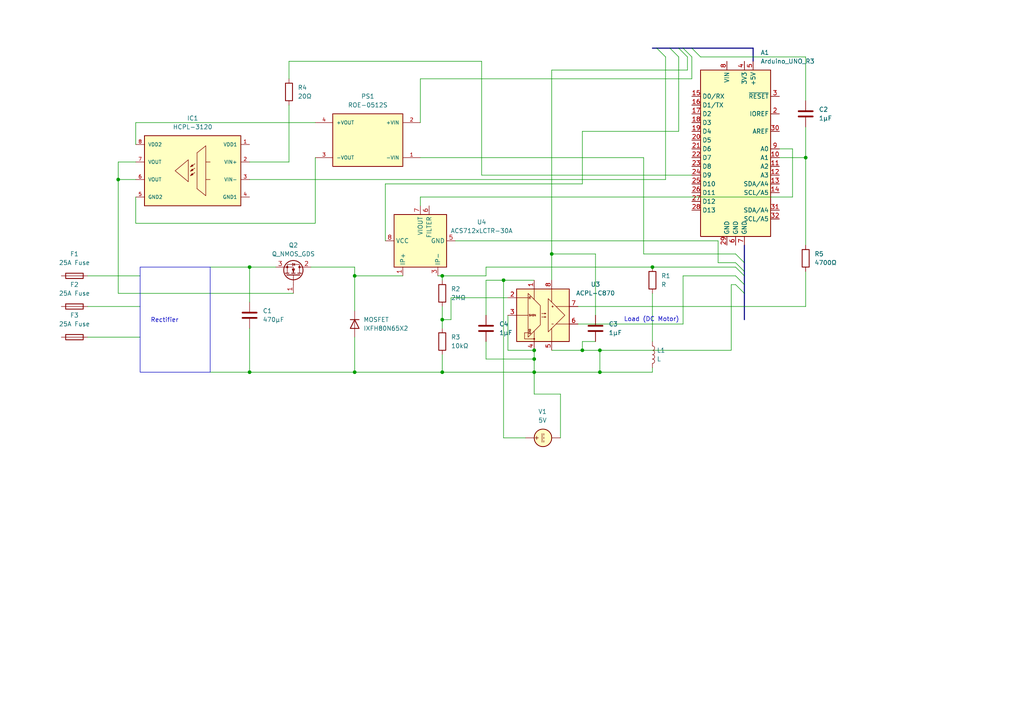
<source format=kicad_sch>
(kicad_sch (version 20250114) (generator "eeschema") (generator_version "9.0")
  (paper "A4")
  (lib_symbols
    (symbol "Device:C" (pin_numbers (hide yes)) (pin_names (offset 0.254))
      (property "Reference" "C" (at 0.635 2.54 0))
      (property "Value" "C" (at 0.635 -2.54 0))
      (symbol "C_0_1"
        (polyline (pts (xy -2.032 0.762) (xy 2.032 0.762)) (stroke (width 0.508)))
        (polyline (pts (xy -2.032 -0.762) (xy 2.032 -0.762)) (stroke (width 0.508)))
      )
      (symbol "C_1_1"
        (pin passive line (at 0 3.81 270) (length 2.794) (name "~") (number "1"))
        (pin passive line (at 0 -3.81 90) (length 2.794) (name "~") (number "2"))
      )
    )
    (symbol "Device:D" (pin_numbers (hide yes)) (pin_names (offset 1.016) (hide yes))
      (property "Reference" "D" (at 0 2.54 0))
      (property "Value" "D" (at 0 -2.54 0))
      (symbol "D_0_1"
        (polyline (pts (xy -1.27 1.27) (xy -1.27 -1.27)) (stroke (width 0.254)))
        (polyline (pts (xy 1.27 1.27) (xy 1.27 -1.27) (xy -1.27 0) (xy 1.27 1.27)) (stroke (width 0.254)))
        (polyline (pts (xy 1.27 0) (xy -1.27 0)))
      )
      (symbol "D_1_1"
        (pin passive line (at -3.81 0 0) (length 2.54) (name "K") (number "1"))
        (pin passive line (at 3.81 0 180) (length 2.54) (name "A") (number "2"))
      )
    )
    (symbol "Device:Fuse" (pin_numbers (hide yes)) (pin_names (offset 0))
      (property "Reference" "F" (at 2.032 0 90))
      (property "Value" "Fuse" (at -1.905 0 90))
      (symbol "Fuse_0_1"
        (rectangle (start -0.762 -2.54) (end 0.762 2.54) (stroke (width 0.254)))
        (polyline (pts (xy 0 2.54) (xy 0 -2.54)))
      )
      (symbol "Fuse_1_1"
        (pin passive line (at 0 3.81 270) (length 1.27) (name "~") (number "1"))
        (pin passive line (at 0 -3.81 90) (length 1.27) (name "~") (number "2"))
      )
    )
    (symbol "Device:L" (pin_numbers (hide yes)) (pin_names (offset 1.016) (hide yes))
      (property "Reference" "L" (at -1.27 0 90))
      (property "Value" "L" (at 1.905 0 90))
      (symbol "L_0_1"
        (arc (start 0 2.54) (mid 0.6323 1.905) (end 0 1.27))
        (arc (start 0 1.27) (mid 0.6323 0.635) (end 0 0))
        (arc (start 0 0) (mid 0.6323 -0.635) (end 0 -1.27))
        (arc (start 0 -1.27) (mid 0.6323 -1.905) (end 0 -2.54))
      )
      (symbol "L_1_1"
        (pin passive line (at 0 3.81 270) (length 1.27) (name "1") (number "1"))
        (pin passive line (at 0 -3.81 90) (length 1.27) (name "2") (number "2"))
      )
    )
    (symbol "Device:R" (pin_numbers (hide yes)) (pin_names (offset 0))
      (property "Reference" "R" (at 2.032 0 90))
      (property "Value" "R" (at 0 0 90))
      (symbol "R_0_1"
        (rectangle (start -1.016 -2.54) (end 1.016 2.54) (stroke (width 0.254)))
      )
      (symbol "R_1_1"
        (pin passive line (at 0 3.81 270) (length 1.27) (name "~") (number "1"))
        (pin passive line (at 0 -3.81 90) (length 1.27) (name "~") (number "2"))
      )
    )
    (symbol "HCPL-3120:HCPL-3120" (pin_names (offset 1.016))
      (property "Reference" "IC1" (at 1.27 15.24 0))
      (property "Value" "HCPL-3120" (at 1.27 12.7 0))
      (symbol "HCPL-3120_0_0"
        (rectangle (start -12.7 -10.16) (end 15.24 10.16) (stroke (width 0.254)) (fill (type background)))
        (polyline (pts (xy -3.81 2.54) (xy -2.54 2.54)) (stroke (width 0.1524)))
        (polyline (pts (xy -3.81 -2.54) (xy -2.54 -2.54)) (stroke (width 0.1524)))
        (polyline (pts (xy -2.54 7.239) (xy -2.54 -7.239)) (stroke (width 0.1524)))
        (polyline (pts (xy -2.54 -7.239) (xy 0 -5.207)) (stroke (width 0.1524)))
        (polyline (pts (xy 0 5.207) (xy -2.54 7.239)) (stroke (width 0.1524)))
        (polyline (pts (xy 0 -5.207) (xy 0 5.207)) (stroke (width 0.1524)))
        (polyline (pts (xy 0.635 2.032) (xy 1.905 1.143)) (stroke (width 0.1524)))
        (polyline (pts (xy 0.635 0.762) (xy 1.905 -0.127)) (stroke (width 0.1524)))
        (polyline (pts (xy 0.635 -0.508) (xy 1.905 -1.397)) (stroke (width 0.1524)))
        (polyline (pts (xy 1.905 1.143) (xy 1.397 1.778) (xy 1.143 1.397) (xy 1.905 1.143)) (stroke (width 0.1524)) (fill (type outline)))
        (polyline (pts (xy 1.905 -0.127) (xy 1.397 0.508) (xy 1.143 0.127) (xy 1.905 -0.127)) (stroke (width 0.1524)) (fill (type outline)))
        (polyline (pts (xy 1.905 -1.397) (xy 1.397 -0.762) (xy 1.143 -1.143) (xy 1.905 -1.397)) (stroke (width 0.1524)) (fill (type outline)))
        (polyline (pts (xy 2.54 3.175) (xy 6.35 0)) (stroke (width 0.1524)))
        (polyline (pts (xy 2.54 -3.175) (xy 2.54 3.175)) (stroke (width 0.1524)))
        (polyline (pts (xy 6.35 0) (xy 2.54 -3.175)) (stroke (width 0.1524)))
        (pin power_in line (at -15.24 7.62 0) (length 2.54) (name "VDD1") (number "1"))
        (pin power_in line (at -15.24 2.54 0) (length 2.54) (name "VIN+") (number "2"))
        (pin power_in line (at -15.24 -2.54 0) (length 2.54) (name "VIN-") (number "3"))
        (pin power_in line (at -15.24 -7.62 0) (length 2.54) (name "GND1") (number "4"))
        (pin power_in line (at 17.78 7.62 180) (length 2.54) (name "VDD2") (number "8"))
        (pin power_in line (at 17.78 2.54 180) (length 2.54) (name "VOUT") (number "7"))
        (pin power_in line (at 17.78 -7.62 180) (length 2.54) (name "GND2") (number "5"))
      )
      (symbol "HCPL-3120_1_0"
        (pin power_in line (at 17.78 -2.54 180) (length 2.54) (name "VOUT") (number "6"))
      )
    )
    (symbol "Isolator_Analog:ACPL-C870" (pin_names (offset 0) (hide yes))
      (property "Reference" "U" (at -5.08 10.795 0))
      (property "Value" "ACPL-C870" (at -5.08 8.89 0))
      (symbol "ACPL-C870_0_0"
        (polyline (pts (xy -7.62 0) (xy -4.318 0)))
        (polyline (pts (xy -5.334 -5.08) (xy -5.334 -6.858) (xy -2.54 -6.858)))
        (polyline (pts (xy -4.318 -5.08) (xy -5.334 -5.08)))
        (circle (center -2.54 -6.858) (radius 0.1778) (fill (type outline)))
        (text "IN" (at -3.81 5.08 900) (effects (font (size 0.508 0.508))))
        (text "GND" (at -3.81 -4.699 900) (effects (font (size 0.508 0.508))))
        (text "SHDN" (at -3.048 0 0) (effects (font (size 0.508 0.508))))
      )
      (symbol "ACPL-C870_0_1"
        (rectangle (start -7.62 7.62) (end 7.62 -7.62) (stroke (width 0.254)) (fill (type background)))
        (polyline (pts (xy -7.62 5.08) (xy -4.318 5.08)))
        (polyline (pts (xy -4.318 -6.35) (xy -0.762 -2.794) (xy -0.762 2.794) (xy -4.318 6.35) (xy -4.318 -6.35)))
        (polyline (pts (xy -2.54 7.62) (xy -2.54 4.572)))
        (polyline (pts (xy -2.54 -7.62) (xy -2.54 -4.572)))
        (polyline (pts (xy -0.381 0.508) (xy 0.889 0.508) (xy 0.508 0.381) (xy 0.508 0.635) (xy 0.889 0.508)))
        (polyline (pts (xy -0.381 -0.508) (xy 0.889 -0.508) (xy 0.508 -0.635) (xy 0.508 -0.381) (xy 0.889 -0.508)))
        (polyline (pts (xy 2.54 7.62) (xy 2.54 3.81)))
        (polyline (pts (xy 2.54 -7.62) (xy 2.54 -3.81)))
        (polyline (pts (xy 2.794 2.794) (xy 2.794 2.286)))
        (polyline (pts (xy 3.048 2.54) (xy 2.54 2.54)))
        (polyline (pts (xy 3.048 -2.54) (xy 2.54 -2.54)))
        (polyline (pts (xy 6.35 0) (xy 1.524 -4.826) (xy 1.524 4.826) (xy 6.35 0)))
        (polyline (pts (xy 7.62 2.54) (xy 3.81 2.54)))
        (polyline (pts (xy 7.62 -2.54) (xy 3.81 -2.54)))
      )
      (symbol "ACPL-C870_1_1"
        (pin input line (at -10.16 5.08 0) (length 2.54) (name "IN") (number "2"))
        (pin input line (at -10.16 0 0) (length 2.54) (name "IN-") (number "3"))
        (pin power_in line (at -2.54 10.16 270) (length 2.54) (name "VDD1") (number "1"))
        (pin power_in line (at -2.54 -10.16 90) (length 2.54) (name "GND1") (number "4"))
        (pin power_in line (at 2.54 10.16 270) (length 2.54) (name "VDD2") (number "8"))
        (pin power_in line (at 2.54 -10.16 90) (length 2.54) (name "GND2") (number "5"))
        (pin output line (at 10.16 2.54 180) (length 2.54) (name "OUT+") (number "7"))
        (pin output line (at 10.16 -2.54 180) (length 2.54) (name "OUT-") (number "6"))
      )
    )
    (symbol "MCU_Module:Arduino_UNO_R3"
      (property "Reference" "A" (at -10.16 23.495 0))
      (property "Value" "Arduino_UNO_R3" (at 5.08 -26.67 0))
      (symbol "Arduino_UNO_R3_0_1"
        (rectangle (start -10.16 22.86) (end 10.16 -25.4) (stroke (width 0.254)) (fill (type background)))
      )
      (symbol "Arduino_UNO_R3_1_1"
        (pin bidirectional line (at -12.7 15.24 0) (length 2.54) (name "D0/RX") (number "15"))
        (pin bidirectional line (at -12.7 12.7 0) (length 2.54) (name "D1/TX") (number "16"))
        (pin bidirectional line (at -12.7 10.16 0) (length 2.54) (name "D2") (number "17"))
        (pin bidirectional line (at -12.7 7.62 0) (length 2.54) (name "D3") (number "18"))
        (pin bidirectional line (at -12.7 5.08 0) (length 2.54) (name "D4") (number "19"))
        (pin bidirectional line (at -12.7 2.54 0) (length 2.54) (name "D5") (number "20"))
        (pin bidirectional line (at -12.7 0 0) (length 2.54) (name "D6") (number "21"))
        (pin bidirectional line (at -12.7 -2.54 0) (length 2.54) (name "D7") (number "22"))
        (pin bidirectional line (at -12.7 -5.08 0) (length 2.54) (name "D8") (number "23"))
        (pin bidirectional line (at -12.7 -7.62 0) (length 2.54) (name "D9") (number "24"))
        (pin bidirectional line (at -12.7 -10.16 0) (length 2.54) (name "D10") (number "25"))
        (pin bidirectional line (at -12.7 -12.7 0) (length 2.54) (name "D11") (number "26"))
        (pin bidirectional line (at -12.7 -15.24 0) (length 2.54) (name "D12") (number "27"))
        (pin bidirectional line (at -12.7 -17.78 0) (length 2.54) (name "D13") (number "28"))
        (pin no_connect line (at -10.16 -20.32 0) (length 2.54) (hide yes) (name "NC") (number "1"))
        (pin power_in line (at -2.54 25.4 270) (length 2.54) (name "VIN") (number "8"))
        (pin power_in line (at -2.54 -27.94 90) (length 2.54) (name "GND") (number "29"))
        (pin power_in line (at 0 -27.94 90) (length 2.54) (name "GND") (number "6"))
        (pin power_out line (at 2.54 25.4 270) (length 2.54) (name "3V3") (number "4"))
        (pin power_in line (at 2.54 -27.94 90) (length 2.54) (name "GND") (number "7"))
        (pin power_out line (at 5.08 25.4 270) (length 2.54) (name "+5V") (number "5"))
        (pin input line (at 12.7 15.24 180) (length 2.54) (name "~{RESET}") (number "3"))
        (pin output line (at 12.7 10.16 180) (length 2.54) (name "IOREF") (number "2"))
        (pin input line (at 12.7 5.08 180) (length 2.54) (name "AREF") (number "30"))
        (pin bidirectional line (at 12.7 0 180) (length 2.54) (name "A0") (number "9"))
        (pin bidirectional line (at 12.7 -2.54 180) (length 2.54) (name "A1") (number "10"))
        (pin bidirectional line (at 12.7 -5.08 180) (length 2.54) (name "A2") (number "11"))
        (pin bidirectional line (at 12.7 -7.62 180) (length 2.54) (name "A3") (number "12"))
        (pin bidirectional line (at 12.7 -10.16 180) (length 2.54) (name "SDA/A4") (number "13"))
        (pin bidirectional line (at 12.7 -12.7 180) (length 2.54) (name "SCL/A5") (number "14"))
        (pin bidirectional line (at 12.7 -17.78 180) (length 2.54) (name "SDA/A4") (number "31"))
        (pin bidirectional line (at 12.7 -20.32 180) (length 2.54) (name "SCL/A5") (number "32"))
      )
    )
    (symbol "ROE-0512S:ROE-0512S" (pin_names (offset 1.016))
      (property "Reference" "PS" (at -10.1639 8.8979 0))
      (property "Value" "ROE-0512S" (at -10.1614 -10.1627 0))
      (symbol "ROE-0512S_0_0"
        (rectangle (start -10.16 -7.62) (end 10.16 7.62) (stroke (width 0.254)) (fill (type background)))
        (pin input line (at -15.24 5.08 0) (length 5.08) (name "+VIN") (number "2"))
        (pin input line (at -15.24 -5.08 0) (length 5.08) (name "-VIN") (number "1"))
        (pin output line (at 15.24 5.08 180) (length 5.08) (name "+VOUT") (number "4"))
        (pin output line (at 15.24 -5.08 180) (length 5.08) (name "-VOUT") (number "3"))
      )
    )
    (symbol "Sensor_Current:ACS712xLCTR-30A"
      (property "Reference" "U" (at 2.54 11.43 0))
      (property "Value" "ACS712xLCTR-30A" (at 2.54 8.89 0))
      (symbol "ACS712xLCTR-30A_0_1"
        (rectangle (start -7.62 7.62) (end 7.62 -7.62) (stroke (width 0.254)) (fill (type background)))
      )
      (symbol "ACS712xLCTR-30A_1_1"
        (pin passive line (at -10.16 5.08 0) (length 2.54) (name "IP+") (number "1"))
        (pin passive line (at -10.16 5.08 0) (length 2.54) (hide yes) (name "IP+") (number "2"))
        (pin passive line (at -10.16 -5.08 0) (length 2.54) (name "IP-") (number "3"))
        (pin passive line (at -10.16 -5.08 0) (length 2.54) (hide yes) (name "IP-") (number "4"))
        (pin power_in line (at 0 10.16 270) (length 2.54) (name "VCC") (number "8"))
        (pin power_in line (at 0 -10.16 90) (length 2.54) (name "GND") (number "5"))
        (pin output line (at 10.16 0 180) (length 2.54) (name "VIOUT") (number "7"))
        (pin passive line (at 10.16 -2.54 180) (length 2.54) (name "FILTER") (number "6"))
      )
    )
    (symbol "Simulation_SPICE:VDC" (pin_numbers (hide yes)) (pin_names (offset 0.0254))
      (property "Reference" "V" (at 2.54 2.54 0))
      (property "Value" "1" (at 2.54 0 0))
      (symbol "VDC_0_0"
        (polyline (pts (xy -1.27 0.254) (xy 1.27 0.254)))
        (polyline (pts (xy -0.762 -0.254) (xy -1.27 -0.254)))
        (polyline (pts (xy 0.254 -0.254) (xy -0.254 -0.254)))
        (polyline (pts (xy 1.27 -0.254) (xy 0.762 -0.254)))
        (text "+" (at 0 1.905 0) (effects (font (size 1.27 1.27))))
      )
      (symbol "VDC_0_1"
        (circle (center 0 0) (radius 2.54) (stroke (width 0.254)) (fill (type background)))
      )
      (symbol "VDC_1_1"
        (pin passive line (at 0 5.08 270) (length 2.54) (name "~") (number "1"))
        (pin passive line (at 0 -5.08 90) (length 2.54) (name "~") (number "2"))
      )
    )
    (symbol "Transistor_FET:Q_NMOS_GDS" (pin_names (offset 0) (hide yes))
      (property "Reference" "Q" (at 5.08 1.905 0))
      (property "Value" "Q_NMOS_GDS" (at 5.08 0 0))
      (symbol "Q_NMOS_GDS_0_1"
        (polyline (pts (xy 0.254 1.905) (xy 0.254 -1.905)) (stroke (width 0.254)))
        (polyline (pts (xy 0.254 0) (xy -2.54 0)))
        (polyline (pts (xy 0.762 2.286) (xy 0.762 1.27)) (stroke (width 0.254)))
        (polyline (pts (xy 0.762 0.508) (xy 0.762 -0.508)) (stroke (width 0.254)))
        (polyline (pts (xy 0.762 -1.27) (xy 0.762 -2.286)) (stroke (width 0.254)))
        (polyline (pts (xy 0.762 -1.778) (xy 3.302 -1.778) (xy 3.302 1.778) (xy 0.762 1.778)))
        (polyline (pts (xy 1.016 0) (xy 2.032 0.381) (xy 2.032 -0.381) (xy 1.016 0)) (fill (type outline)))
        (circle (center 1.651 0) (radius 2.794) (stroke (width 0.254)))
        (polyline (pts (xy 2.54 2.54) (xy 2.54 1.778)))
        (circle (center 2.54 1.778) (radius 0.254) (fill (type outline)))
        (circle (center 2.54 -1.778) (radius 0.254) (fill (type outline)))
        (polyline (pts (xy 2.54 -2.54) (xy 2.54 0) (xy 0.762 0)))
        (polyline (pts (xy 2.921 0.381) (xy 3.683 0.381)))
        (polyline (pts (xy 3.302 0.381) (xy 2.921 -0.254) (xy 3.683 -0.254) (xy 3.302 0.381)))
      )
      (symbol "Q_NMOS_GDS_1_1"
        (pin input line (at -5.08 0 0) (length 2.54) (name "G") (number "1"))
        (pin passive line (at 2.54 5.08 270) (length 2.54) (name "D") (number "2"))
        (pin passive line (at 2.54 -5.08 90) (length 2.54) (name "S") (number "3"))
      )
    )
  )
  (rectangle (start 40.64 77.47) (end 60.96 107.95))
  (text "Rectifier" (at 47.752 92.964 0) (effects (font (size 1.27 1.27))))
  (text "Load (DC Motor)" (at 188.976 92.71 0) (effects (font (size 1.27 1.27))))
  (junction (at 189.23 77.47))
  (junction (at 154.94 104.14))
  (junction (at 168.91 101.6))
  (junction (at 146.05 81.28))
  (junction (at 72.39 77.47))
  (junction (at 72.39 107.95))
  (junction (at 128.27 80.01))
  (junction (at 128.27 107.95))
  (junction (at 173.99 107.95))
  (junction (at 34.29 52.07))
  (junction (at 154.94 107.95))
  (junction (at 154.94 101.6))
  (junction (at 160.02 73.66))
  (junction (at 173.99 101.6))
  (junction (at 102.87 107.95))
  (junction (at 233.68 45.72))
  (junction (at 128.27 92.71))
  (junction (at 102.87 80.01))
  (bus_entry (at 213.36 73.66) (size 2.54 2.54))
  (bus_entry (at 200.66 13.97) (size 2.54 2.54))
  (bus_entry (at 213.36 76.2) (size 2.54 2.54))
  (bus_entry (at 196.85 13.97) (size 2.54 2.54))
  (bus_entry (at 213.36 77.47) (size 2.54 2.54))
  (bus_entry (at 213.36 82.55) (size 2.54 2.54))
  (bus_entry (at 198.12 13.97) (size 2.54 2.54))
  (bus_entry (at 213.36 80.01) (size 2.54 2.54))
  (bus_entry (at 190.5 13.97) (size 2.54 2.54))
  (bus_entry (at 194.31 13.97) (size 2.54 2.54))
  (wire (pts (xy 25.4 80.01) (xy 40.64 80.01)))
  (wire (pts (xy 83.82 17.78) (xy 83.82 22.86)))
  (wire (pts (xy 146.05 127) (xy 152.4 127)))
  (bus (pts (xy 189.23 13.97) (xy 190.5 13.97)))
  (wire (pts (xy 128.27 80.01) (xy 128.27 81.28)))
  (wire (pts (xy 128.27 102.87) (xy 128.27 107.95)))
  (bus (pts (xy 215.9 80.01) (xy 215.9 82.55)))
  (wire (pts (xy 102.87 107.95) (xy 128.27 107.95)))
  (bus (pts (xy 198.12 13.97) (xy 200.66 13.97)))
  (wire (pts (xy 198.12 80.01) (xy 213.36 80.01)))
  (wire (pts (xy 121.92 57.15) (xy 229.87 57.15)))
  (wire (pts (xy 189.23 77.47) (xy 213.36 77.47)))
  (wire (pts (xy 91.44 64.77) (xy 39.37 64.77)))
  (wire (pts (xy 189.23 107.95) (xy 189.23 106.68)))
  (wire (pts (xy 127 80.01) (xy 128.27 80.01)))
  (bus (pts (xy 218.44 17.78) (xy 218.44 13.97)))
  (wire (pts (xy 233.68 71.12) (xy 233.68 45.72)))
  (wire (pts (xy 128.27 80.01) (xy 140.97 80.01)))
  (wire (pts (xy 226.06 43.18) (xy 229.87 43.18)))
  (wire (pts (xy 200.66 50.8) (xy 139.7 50.8)))
  (wire (pts (xy 199.39 16.51) (xy 199.39 20.32)))
  (wire (pts (xy 167.64 93.98) (xy 198.12 93.98)))
  (wire (pts (xy 186.69 73.66) (xy 213.36 73.66)))
  (wire (pts (xy 146.05 81.28) (xy 146.05 127)))
  (wire (pts (xy 83.82 30.48) (xy 83.82 46.99)))
  (wire (pts (xy 168.91 101.6) (xy 173.99 101.6)))
  (wire (pts (xy 111.76 53.34) (xy 168.91 53.34)))
  (wire (pts (xy 196.85 16.51) (xy 196.85 38.1)))
  (wire (pts (xy 186.69 45.72) (xy 121.92 45.72)))
  (wire (pts (xy 208.28 76.2) (xy 213.36 76.2)))
  (bus (pts (xy 215.9 85.09) (xy 215.9 92.71)))
  (wire (pts (xy 140.97 77.47) (xy 189.23 77.47)))
  (wire (pts (xy 130.81 86.36) (xy 130.81 92.71)))
  (bus (pts (xy 196.85 13.97) (xy 198.12 13.97)))
  (wire (pts (xy 34.29 52.07) (xy 34.29 85.09)))
  (wire (pts (xy 168.91 53.34) (xy 168.91 38.1)))
  (wire (pts (xy 34.29 46.99) (xy 39.37 46.99)))
  (wire (pts (xy 90.17 77.47) (xy 102.87 77.47)))
  (wire (pts (xy 154.94 107.95) (xy 173.99 107.95)))
  (wire (pts (xy 83.82 46.99) (xy 72.39 46.99)))
  (wire (pts (xy 102.87 90.17) (xy 102.87 80.01)))
  (wire (pts (xy 34.29 46.99) (xy 34.29 52.07)))
  (wire (pts (xy 121.92 22.86) (xy 200.66 22.86)))
  (wire (pts (xy 83.82 17.78) (xy 139.7 17.78)))
  (wire (pts (xy 160.02 20.32) (xy 199.39 20.32)))
  (wire (pts (xy 132.08 69.85) (xy 208.28 69.85)))
  (wire (pts (xy 72.39 95.25) (xy 72.39 107.95)))
  (bus (pts (xy 215.9 82.55) (xy 215.9 85.09)))
  (wire (pts (xy 25.4 88.9) (xy 40.64 88.9)))
  (wire (pts (xy 72.39 77.47) (xy 80.01 77.47)))
  (wire (pts (xy 102.87 80.01) (xy 102.87 77.47)))
  (wire (pts (xy 39.37 35.56) (xy 39.37 41.91)))
  (wire (pts (xy 173.99 101.6) (xy 212.09 101.6)))
  (wire (pts (xy 160.02 81.28) (xy 160.02 73.66)))
  (wire (pts (xy 111.76 69.85) (xy 111.76 53.34)))
  (wire (pts (xy 233.68 78.74) (xy 233.68 88.9)))
  (wire (pts (xy 200.66 16.51) (xy 200.66 22.86)))
  (bus (pts (xy 215.9 76.2) (xy 215.9 78.74)))
  (wire (pts (xy 168.91 99.06) (xy 168.91 101.6)))
  (wire (pts (xy 91.44 45.72) (xy 91.44 64.77)))
  (wire (pts (xy 233.68 16.51) (xy 203.2 16.51)))
  (wire (pts (xy 167.64 88.9) (xy 233.68 88.9)))
  (bus (pts (xy 200.66 13.97) (xy 218.44 13.97)))
  (wire (pts (xy 72.39 52.07) (xy 193.04 52.07)))
  (wire (pts (xy 233.68 36.83) (xy 233.68 45.72)))
  (wire (pts (xy 34.29 85.09) (xy 85.09 85.09)))
  (wire (pts (xy 154.94 81.28) (xy 146.05 81.28)))
  (wire (pts (xy 186.69 45.72) (xy 186.69 73.66)))
  (wire (pts (xy 162.56 114.3) (xy 162.56 127)))
  (wire (pts (xy 208.28 69.85) (xy 208.28 76.2)))
  (wire (pts (xy 154.94 114.3) (xy 162.56 114.3)))
  (wire (pts (xy 160.02 101.6) (xy 168.91 101.6)))
  (wire (pts (xy 154.94 107.95) (xy 154.94 114.3)))
  (bus (pts (xy 190.5 13.97) (xy 194.31 13.97)))
  (wire (pts (xy 102.87 97.79) (xy 102.87 107.95)))
  (wire (pts (xy 39.37 64.77) (xy 39.37 57.15)))
  (wire (pts (xy 121.92 57.15) (xy 121.92 59.69)))
  (wire (pts (xy 128.27 88.9) (xy 128.27 92.71)))
  (wire (pts (xy 128.27 92.71) (xy 128.27 95.25)))
  (wire (pts (xy 130.81 92.71) (xy 128.27 92.71)))
  (wire (pts (xy 189.23 85.09) (xy 189.23 99.06)))
  (wire (pts (xy 172.72 91.44) (xy 172.72 73.66)))
  (wire (pts (xy 172.72 73.66) (xy 160.02 73.66)))
  (wire (pts (xy 154.94 101.6) (xy 154.94 104.14)))
  (wire (pts (xy 229.87 43.18) (xy 229.87 57.15)))
  (wire (pts (xy 173.99 101.6) (xy 173.99 107.95)))
  (wire (pts (xy 160.02 73.66) (xy 160.02 20.32)))
  (wire (pts (xy 128.27 107.95) (xy 154.94 107.95)))
  (wire (pts (xy 25.4 97.79) (xy 40.64 97.79)))
  (wire (pts (xy 72.39 107.95) (xy 102.87 107.95)))
  (bus (pts (xy 215.9 78.74) (xy 215.9 80.01)))
  (wire (pts (xy 147.32 86.36) (xy 130.81 86.36)))
  (wire (pts (xy 39.37 52.07) (xy 34.29 52.07)))
  (wire (pts (xy 212.09 101.6) (xy 212.09 82.55)))
  (wire (pts (xy 140.97 80.01) (xy 140.97 77.47)))
  (wire (pts (xy 233.68 29.21) (xy 233.68 16.51)))
  (wire (pts (xy 198.12 80.01) (xy 198.12 93.98)))
  (wire (pts (xy 140.97 81.28) (xy 146.05 81.28)))
  (wire (pts (xy 72.39 77.47) (xy 72.39 87.63)))
  (wire (pts (xy 60.96 107.95) (xy 72.39 107.95)))
  (wire (pts (xy 172.72 99.06) (xy 168.91 99.06)))
  (wire (pts (xy 91.44 35.56) (xy 39.37 35.56)))
  (wire (pts (xy 139.7 50.8) (xy 139.7 17.78)))
  (wire (pts (xy 140.97 99.06) (xy 140.97 104.14)))
  (wire (pts (xy 147.32 101.6) (xy 154.94 101.6)))
  (wire (pts (xy 212.09 82.55) (xy 213.36 82.55)))
  (bus (pts (xy 194.31 13.97) (xy 196.85 13.97)))
  (wire (pts (xy 226.06 45.72) (xy 233.68 45.72)))
  (wire (pts (xy 154.94 104.14) (xy 154.94 107.95)))
  (wire (pts (xy 189.23 107.95) (xy 173.99 107.95)))
  (wire (pts (xy 147.32 91.44) (xy 147.32 101.6)))
  (wire (pts (xy 121.92 22.86) (xy 121.92 35.56)))
  (bus (pts (xy 215.9 71.12) (xy 215.9 76.2)))
  (wire (pts (xy 193.04 52.07) (xy 193.04 16.51)))
  (wire (pts (xy 60.96 77.47) (xy 72.39 77.47)))
  (wire (pts (xy 102.87 80.01) (xy 116.84 80.01)))
  (wire (pts (xy 140.97 104.14) (xy 154.94 104.14)))
  (wire (pts (xy 140.97 91.44) (xy 140.97 81.28)))
  (wire (pts (xy 168.91 38.1) (xy 196.85 38.1)))
  (symbol (lib_id "Transistor_FET:Q_NMOS_GDS") (at 85.09 80.01 270) (mirror x) (unit 1)
    (property "Reference" "Q2" (at 85.09 71.12 90))
    (property "Value" "Q_NMOS_GDS" (at 85.09 73.66 90))
    (property "Description" "N-MOSFET transistor, gate/drain/source" (effects (hide yes)))
  )
  (symbol (lib_id "Device:Fuse") (at 21.59 88.9 90) (unit 1)
    (property "Reference" "F2" (at 21.59 82.55 90))
    (property "Value" "25A Fuse" (at 21.59 85.09 90))
    (property "Description" "Fuse" (effects (hide yes)))
  )
  (symbol (lib_id "Isolator_Analog:ACPL-C870") (at 157.48 91.44 0) (unit 1)
    (property "Reference" "U3" (at 172.72 82.4798 0))
    (property "Value" "ACPL-C870" (at 172.72 85.0198 0))
    (property "Footprint" "Package_SO:SSO-8_6.8x5.9mm_P1.27mm_Clearance8mm" (effects (hide yes)))
    (property "Datasheet" "www.avagotech.com/docs/AV02-3563EN" (effects (hide yes)))
    (property "Description" "Precision Optycally Isolated Voltage Sensor, ±3% Gain Tolerance, Bandwidth 100kHz, SSO-8" (effects (hide yes)))
  )
  (symbol (lib_id "Sensor_Current:ACS712xLCTR-30A") (at 121.92 69.85 90) (unit 1)
    (property "Reference" "U4" (at 139.7 64.4046 90))
    (property "Value" "ACS712xLCTR-30A" (at 139.7 66.9446 90))
    (property "Footprint" "Package_SO:SOIC-8_3.9x4.9mm_P1.27mm" (effects (hide yes)))
    (property "Datasheet" "http://www.allegromicro.com/~/media/Files/Datasheets/ACS712-Datasheet.ashx?la=en" (effects (hide yes)))
    (property "Description" "±30A Bidirectional Hall-Effect Current Sensor, +5.0V supply, 66mV/A, SOIC-8" (effects (hide yes)))
  )
  (symbol (lib_id "MCU_Module:Arduino_UNO_R3") (at 213.36 43.18 0) (unit 1)
    (property "Reference" "A1" (at 220.5833 15.24 0) (effects (justify left)))
    (property "Value" "Arduino_UNO_R3" (at 220.5833 17.78 0) (effects (justify left)))
    (property "Footprint" "Module:Arduino_UNO_R3" (effects (hide yes)))
    (property "Datasheet" "https://www.arduino.cc/en/Main/arduinoBoardUno" (effects (hide yes)))
    (property "Description" "Arduino UNO Microcontroller Module, release 3" (effects (hide yes)))
  )
  (symbol (lib_id "Device:R") (at 189.23 81.28 0) (unit 1)
    (property "Reference" "R1" (at 191.77 80.0099 0) (effects (justify left)))
    (property "Value" "R" (at 191.77 82.5499 0) (effects (justify left)))
    (property "Description" "Resistor" (effects (hide yes)))
  )
  (symbol (lib_id "HCPL-3120:HCPL-3120") (at 57.15 49.53 0) (mirror y) (unit 1)
    (property "Reference" "IC1" (at 55.88 34.29 0))
    (property "Value" "HCPL-3120" (at 55.88 36.83 0))
    (property "MF" "Broadcom / Avago" (effects (hide yes)))
    (property "Description_1" "2.5A Gate Driver Optical Coupling 3750Vrms 1 Channel 8-DIP Gull Wing" (effects (hide yes)))
    (property "Package" "DIP-8 Broadcom / Avago" (effects (hide yes)))
    (property "MPN" "HCPL-3120A-000E" (effects (hide yes)))
    (property "Price" "None" (effects (hide yes)))
    (property "OC_FARNELL" "8550026" (effects (hide yes)))
    (property "SnapEDA_Link" "https://www.snapeda.com/parts/HCPL-3120/Broadcom/view-part/?ref=snap" (effects (hide yes)))
    (property "MP" "HCPL-3120" (effects (hide yes)))
    (property "Purchase-URL" "https://www.snapeda.com/api/url_track_click_mouser/?unipart_id=4222517&manufacturer=Broadcom / Avago&part_name=HCPL-3120&search_term=hcpl3120" (effects (hide yes)))
    (property "OC_NEWARK" "88H7847" (effects (hide yes)))
    (property "Availability" "In Stock" (effects (hide yes)))
    (property "Check_prices" "https://www.snapeda.com/parts/HCPL-3120/Broadcom/view-part/?ref=eda" (effects (hide yes)))
  )
  (symbol (lib_id "Device:C") (at 72.39 91.44 0) (unit 1)
    (property "Reference" "C1" (at 76.2 90.1699 0) (effects (justify left)))
    (property "Value" "470μF" (at 76.2 92.7099 0) (effects (justify left)))
    (property "Description" "Unpolarized capacitor" (effects (hide yes)))
  )
  (symbol (lib_id "Device:C") (at 172.72 95.25 0) (unit 1)
    (property "Reference" "C3" (at 176.53 93.9799 0) (effects (justify left)))
    (property "Value" "1μF" (at 176.53 96.5199 0) (effects (justify left)))
    (property "Description" "Unpolarized capacitor" (effects (hide yes)))
  )
  (symbol (lib_id "Device:R") (at 83.82 26.67 0) (unit 1)
    (property "Reference" "R4" (at 86.36 25.3999 0) (effects (justify left)))
    (property "Value" "20Ω" (at 86.36 27.9399 0) (effects (justify left)))
    (property "Description" "Resistor" (effects (hide yes)))
  )
  (symbol (lib_id "Device:Fuse") (at 21.59 80.01 90) (unit 1)
    (property "Reference" "F1" (at 21.59 73.66 90))
    (property "Value" "25A Fuse" (at 21.59 76.2 90))
    (property "Description" "Fuse" (effects (hide yes)))
  )
  (symbol (lib_id "Device:C") (at 233.68 33.02 0) (unit 1)
    (property "Reference" "C2" (at 237.49 31.7499 0) (effects (justify left)))
    (property "Value" "1μF" (at 237.49 34.2899 0) (effects (justify left)))
    (property "Description" "Unpolarized capacitor" (effects (hide yes)))
  )
  (symbol (lib_id "Simulation_SPICE:VDC") (at 157.48 127 90) (unit 1)
    (property "Reference" "V1" (at 157.3502 119.38 90))
    (property "Value" "5V" (at 157.3502 121.92 90))
    (property "Datasheet" "https://ngspice.sourceforge.io/docs/ngspice-html-manual/manual.xhtml#sec_Independent_Sources_for" (effects (hide yes)))
    (property "Description" "Voltage source, DC" (effects (hide yes)))
    (property "Sim.Pins" "1=+ 2=-" (effects (hide yes)))
    (property "Sim.Type" "DC" (effects (hide yes)))
    (property "Sim.Device" "V" (effects (hide yes)))
  )
  (symbol (lib_id "Device:R") (at 128.27 85.09 0) (unit 1)
    (property "Reference" "R2" (at 130.81 83.8199 0) (effects (justify left)))
    (property "Value" "2MΩ" (at 130.81 86.3599 0) (effects (justify left)))
    (property "Description" "Resistor" (effects (hide yes)))
  )
  (symbol (lib_id "Device:C") (at 140.97 95.25 0) (unit 1)
    (property "Reference" "C4" (at 144.78 93.9799 0) (effects (justify left)))
    (property "Value" "1μF" (at 144.78 96.5199 0) (effects (justify left)))
    (property "Description" "Unpolarized capacitor" (effects (hide yes)))
  )
  (symbol (lib_id "Device:Fuse") (at 21.59 97.79 90) (unit 1)
    (property "Reference" "F3" (at 21.59 91.44 90))
    (property "Value" "25A Fuse" (at 21.59 93.98 90))
    (property "Description" "Fuse" (effects (hide yes)))
  )
  (symbol (lib_id "Device:R") (at 128.27 99.06 0) (unit 1)
    (property "Reference" "R3" (at 130.81 97.7899 0) (effects (justify left)))
    (property "Value" "10kΩ" (at 130.81 100.3299 0) (effects (justify left)))
    (property "Description" "Resistor" (effects (hide yes)))
  )
  (symbol (lib_id "Device:R") (at 233.68 74.93 0) (unit 1)
    (property "Reference" "R5" (at 236.22 73.6599 0) (effects (justify left)))
    (property "Value" "4700Ω" (at 236.22 76.1999 0) (effects (justify left)))
    (property "Description" "Resistor" (effects (hide yes)))
  )
  (symbol (lib_id "ROE-0512S:ROE-0512S") (at 106.68 40.64 0) (mirror y) (unit 1)
    (property "Reference" "PS1" (at 106.68 27.94 0))
    (property "Value" "ROE-0512S" (at 106.68 30.48 0))
    (property "Footprint" "ROE-0512S:CONV_ROE-0512S" (effects (hide yes)))
    (property "MF" "Recom Power" (effects (hide yes)))
    (property "MAXIMUM_PACKAGE_HEIGHT" "10.00mm" (effects (hide yes)))
    (property "Package" "SIP-4 Recom Power" (effects (hide yes)))
    (property "Price" "None" (effects (hide yes)))
    (property "Check_prices" "https://www.snapeda.com/parts/ROE-0512S/Recom+Power/view-part/?ref=eda" (effects (hide yes)))
    (property "STANDARD" "Manufacturer Recommendations" (effects (hide yes)))
    (property "PARTREV" "5" (effects (hide yes)))
    (property "SnapEDA_Link" "https://www.snapeda.com/parts/ROE-0512S/Recom+Power/view-part/?ref=snap" (effects (hide yes)))
    (property "MP" "ROE-0512S" (effects (hide yes)))
    (property "Purchase-URL" "https://www.snapeda.com/api/url_track_click_mouser/?unipart_id=2768892&manufacturer=Recom Power&part_name=ROE-0512S&search_term=None" (effects (hide yes)))
    (property "Description_1" "1W DC/DC-Converter 'ECONOLINE' SIP4 1kV unreg" (effects (hide yes)))
    (property "Availability" "In Stock" (effects (hide yes)))
    (property "MANUFACTURER" "RECOM" (effects (hide yes)))
  )
  (symbol (lib_id "Device:D") (at 102.87 93.98 270) (unit 1)
    (property "Reference" "MOSFET" (at 105.41 92.7099 90) (effects (justify left)))
    (property "Value" "IXFH80N65X2" (at 105.41 95.2499 90) (effects (justify left)))
    (property "Description" "Diode" (effects (hide yes)))
    (property "Sim.Device" "D" (effects (hide yes)))
    (property "Sim.Pins" "1=K 2=A" (effects (hide yes)))
  )
  (symbol (lib_id "Device:L") (at 189.23 102.87 0) (unit 1)
    (property "Reference" "L1" (at 190.5 101.5999 0) (effects (justify left)))
    (property "Value" "L" (at 190.5 104.1399 0) (effects (justify left)))
    (property "Description" "Inductor" (effects (hide yes)))
  )
)
</source>
